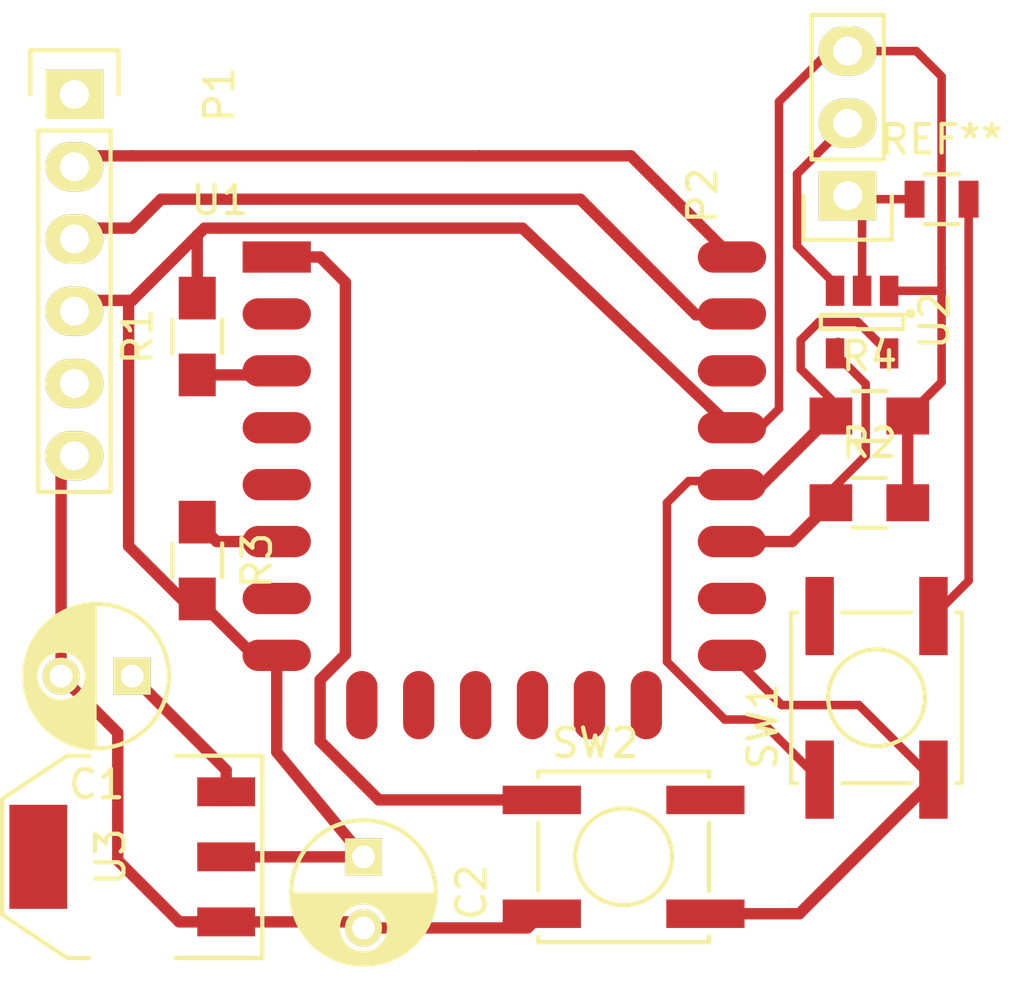
<source format=kicad_pcb>
(kicad_pcb (version 4) (host pcbnew 4.0.1-3.201512221401+6198~38~ubuntu15.10.1-stable)

  (general
    (links 37)
    (no_connects 6)
    (area 127.762 65.095 166.128715 105.216048)
    (thickness 1.6)
    (drawings 0)
    (tracks 111)
    (zones 0)
    (modules 14)
    (nets 25)
  )

  (page A4)
  (layers
    (0 F.Cu signal)
    (31 B.Cu signal)
    (32 B.Adhes user)
    (33 F.Adhes user)
    (34 B.Paste user)
    (35 F.Paste user)
    (36 B.SilkS user)
    (37 F.SilkS user)
    (38 B.Mask user)
    (39 F.Mask user)
    (40 Dwgs.User user)
    (41 Cmts.User user)
    (42 Eco1.User user)
    (43 Eco2.User user)
    (44 Edge.Cuts user)
    (45 Margin user)
    (46 B.CrtYd user)
    (47 F.CrtYd user)
    (48 B.Fab user)
    (49 F.Fab user)
  )

  (setup
    (last_trace_width 0.4)
    (user_trace_width 0.2)
    (user_trace_width 0.3)
    (user_trace_width 0.4)
    (user_trace_width 0.5)
    (user_trace_width 0.6)
    (user_trace_width 0.6)
    (trace_clearance 0.2)
    (zone_clearance 0.508)
    (zone_45_only no)
    (trace_min 0.2)
    (segment_width 0.2)
    (edge_width 0.15)
    (via_size 0.6)
    (via_drill 0.4)
    (via_min_size 0.4)
    (via_min_drill 0.3)
    (uvia_size 0.3)
    (uvia_drill 0.1)
    (uvias_allowed no)
    (uvia_min_size 0.2)
    (uvia_min_drill 0.1)
    (pcb_text_width 0.3)
    (pcb_text_size 1.5 1.5)
    (mod_edge_width 0.15)
    (mod_text_size 1 1)
    (mod_text_width 0.15)
    (pad_size 0.7 1.3)
    (pad_drill 0)
    (pad_to_mask_clearance 0.2)
    (aux_axis_origin 0 0)
    (visible_elements FFFFFF9F)
    (pcbplotparams
      (layerselection 0x00030_80000001)
      (usegerberextensions false)
      (excludeedgelayer true)
      (linewidth 0.100000)
      (plotframeref false)
      (viasonmask false)
      (mode 1)
      (useauxorigin false)
      (hpglpennumber 1)
      (hpglpenspeed 20)
      (hpglpendiameter 15)
      (hpglpenoverlay 2)
      (psnegative false)
      (psa4output false)
      (plotreference true)
      (plotvalue true)
      (plotinvisibletext false)
      (padsonsilk false)
      (subtractmaskfromsilk false)
      (outputformat 1)
      (mirror false)
      (drillshape 1)
      (scaleselection 1)
      (outputdirectory ""))
  )

  (net 0 "")
  (net 1 "Net-(U1-Pad9)")
  (net 2 "Net-(U1-Pad10)")
  (net 3 "Net-(U1-Pad11)")
  (net 4 "Net-(U1-Pad12)")
  (net 5 "Net-(U1-Pad13)")
  (net 6 "Net-(U1-Pad14)")
  (net 7 "Net-(U1-Pad4)")
  (net 8 "Net-(U1-Pad5)")
  (net 9 "Net-(U1-Pad7)")
  (net 10 "Net-(U1-Pad16)")
  (net 11 "Net-(U1-Pad20)")
  (net 12 "Net-(P1-Pad1)")
  (net 13 "Net-(P1-Pad2)")
  (net 14 "Net-(P1-Pad3)")
  (net 15 +3V3)
  (net 16 "Net-(P1-Pad5)")
  (net 17 GND)
  (net 18 "Net-(R1-Pad1)")
  (net 19 /GPIO0)
  (net 20 /RESET)
  (net 21 "Net-(C1-Pad1)")
  (net 22 "Net-(P2-Pad2)")
  (net 23 /GPIO2)
  (net 24 "Net-(U1-Pad2)")

  (net_class Default "This is the default net class."
    (clearance 0.2)
    (trace_width 0.4)
    (via_dia 0.6)
    (via_drill 0.4)
    (uvia_dia 0.3)
    (uvia_drill 0.1)
    (add_net +3V3)
    (add_net /GPIO0)
    (add_net /GPIO2)
    (add_net /RESET)
    (add_net GND)
    (add_net "Net-(C1-Pad1)")
    (add_net "Net-(P1-Pad1)")
    (add_net "Net-(P1-Pad2)")
    (add_net "Net-(P1-Pad3)")
    (add_net "Net-(P1-Pad5)")
    (add_net "Net-(P2-Pad2)")
    (add_net "Net-(R1-Pad1)")
    (add_net "Net-(U1-Pad10)")
    (add_net "Net-(U1-Pad11)")
    (add_net "Net-(U1-Pad12)")
    (add_net "Net-(U1-Pad13)")
    (add_net "Net-(U1-Pad14)")
    (add_net "Net-(U1-Pad16)")
    (add_net "Net-(U1-Pad2)")
    (add_net "Net-(U1-Pad20)")
    (add_net "Net-(U1-Pad4)")
    (add_net "Net-(U1-Pad5)")
    (add_net "Net-(U1-Pad7)")
    (add_net "Net-(U1-Pad9)")
  )

  (module Buttons_Switches_SMD:SW_SPST_EVPBF (layer F.Cu) (tedit 55DAF9A7) (tstamp 56B53257)
    (at 151.892 99.822)
    (descr "Light Touch Switch")
    (path /56B54576)
    (attr smd)
    (fp_text reference SW2 (at -1 -4) (layer F.SilkS)
      (effects (font (size 1 1) (thickness 0.15)))
    )
    (fp_text value SW_PUSH (at 0 0) (layer F.Fab)
      (effects (font (size 1 1) (thickness 0.15)))
    )
    (fp_line (start -4.5 -3.25) (end 4.5 -3.25) (layer F.CrtYd) (width 0.05))
    (fp_line (start 4.5 -3.25) (end 4.5 3.25) (layer F.CrtYd) (width 0.05))
    (fp_line (start 4.5 3.25) (end -4.5 3.25) (layer F.CrtYd) (width 0.05))
    (fp_line (start -4.5 3.25) (end -4.5 -3.25) (layer F.CrtYd) (width 0.05))
    (fp_line (start 3 -3) (end 3 -2.8) (layer F.SilkS) (width 0.15))
    (fp_line (start 3 3) (end 3 2.8) (layer F.SilkS) (width 0.15))
    (fp_line (start -3 3) (end -3 2.8) (layer F.SilkS) (width 0.15))
    (fp_line (start -3 -3) (end -3 -2.8) (layer F.SilkS) (width 0.15))
    (fp_line (start -3 -1.2) (end -3 1.2) (layer F.SilkS) (width 0.15))
    (fp_line (start 3 -1.2) (end 3 1.2) (layer F.SilkS) (width 0.15))
    (fp_line (start 3 -3) (end -3 -3) (layer F.SilkS) (width 0.15))
    (fp_line (start -3 3) (end 3 3) (layer F.SilkS) (width 0.15))
    (fp_circle (center 0 0) (end 1.7 0) (layer F.SilkS) (width 0.15))
    (pad 1 smd rect (at 2.875 -2) (size 2.75 1) (layers F.Cu F.Paste F.Mask)
      (net 20 /RESET))
    (pad 1 smd rect (at -2.875 -2) (size 2.75 1) (layers F.Cu F.Paste F.Mask)
      (net 20 /RESET))
    (pad 2 smd rect (at -2.875 2) (size 2.75 1) (layers F.Cu F.Paste F.Mask)
      (net 17 GND))
    (pad 2 smd rect (at 2.875 2) (size 2.75 1) (layers F.Cu F.Paste F.Mask)
      (net 17 GND))
  )

  (module Buttons_Switches_SMD:SW_SPST_EVPBF (layer F.Cu) (tedit 55DAF9A7) (tstamp 56B5324F)
    (at 160.782 94.234 90)
    (descr "Light Touch Switch")
    (path /56B53C4E)
    (attr smd)
    (fp_text reference SW1 (at -1 -4 90) (layer F.SilkS)
      (effects (font (size 1 1) (thickness 0.15)))
    )
    (fp_text value SW_PUSH (at 0 0 90) (layer F.Fab)
      (effects (font (size 1 1) (thickness 0.15)))
    )
    (fp_line (start -4.5 -3.25) (end 4.5 -3.25) (layer F.CrtYd) (width 0.05))
    (fp_line (start 4.5 -3.25) (end 4.5 3.25) (layer F.CrtYd) (width 0.05))
    (fp_line (start 4.5 3.25) (end -4.5 3.25) (layer F.CrtYd) (width 0.05))
    (fp_line (start -4.5 3.25) (end -4.5 -3.25) (layer F.CrtYd) (width 0.05))
    (fp_line (start 3 -3) (end 3 -2.8) (layer F.SilkS) (width 0.15))
    (fp_line (start 3 3) (end 3 2.8) (layer F.SilkS) (width 0.15))
    (fp_line (start -3 3) (end -3 2.8) (layer F.SilkS) (width 0.15))
    (fp_line (start -3 -3) (end -3 -2.8) (layer F.SilkS) (width 0.15))
    (fp_line (start -3 -1.2) (end -3 1.2) (layer F.SilkS) (width 0.15))
    (fp_line (start 3 -1.2) (end 3 1.2) (layer F.SilkS) (width 0.15))
    (fp_line (start 3 -3) (end -3 -3) (layer F.SilkS) (width 0.15))
    (fp_line (start -3 3) (end 3 3) (layer F.SilkS) (width 0.15))
    (fp_circle (center 0 0) (end 1.7 0) (layer F.SilkS) (width 0.15))
    (pad 1 smd rect (at 2.875 -2 90) (size 2.75 1) (layers F.Cu F.Paste F.Mask)
      (net 19 /GPIO0))
    (pad 1 smd rect (at -2.875 -2 90) (size 2.75 1) (layers F.Cu F.Paste F.Mask)
      (net 19 /GPIO0))
    (pad 2 smd rect (at -2.875 2 90) (size 2.75 1) (layers F.Cu F.Paste F.Mask)
      (net 17 GND))
    (pad 2 smd rect (at 2.875 2 90) (size 2.75 1) (layers F.Cu F.Paste F.Mask)
      (net 17 GND))
  )

  (module Socket_Strips:Socket_Strip_Straight_1x03 (layer F.Cu) (tedit 54E9F429) (tstamp 56B53235)
    (at 159.766 76.581 90)
    (descr "Through hole socket strip")
    (tags "socket strip")
    (path /56B55873)
    (fp_text reference P2 (at 0 -5.1 90) (layer F.SilkS)
      (effects (font (size 1 1) (thickness 0.15)))
    )
    (fp_text value CONN_01X03 (at 0 -3.1 90) (layer F.Fab)
      (effects (font (size 1 1) (thickness 0.15)))
    )
    (fp_line (start 0 -1.55) (end -1.55 -1.55) (layer F.SilkS) (width 0.15))
    (fp_line (start -1.55 -1.55) (end -1.55 1.55) (layer F.SilkS) (width 0.15))
    (fp_line (start -1.55 1.55) (end 0 1.55) (layer F.SilkS) (width 0.15))
    (fp_line (start -1.75 -1.75) (end -1.75 1.75) (layer F.CrtYd) (width 0.05))
    (fp_line (start 6.85 -1.75) (end 6.85 1.75) (layer F.CrtYd) (width 0.05))
    (fp_line (start -1.75 -1.75) (end 6.85 -1.75) (layer F.CrtYd) (width 0.05))
    (fp_line (start -1.75 1.75) (end 6.85 1.75) (layer F.CrtYd) (width 0.05))
    (fp_line (start 1.27 -1.27) (end 6.35 -1.27) (layer F.SilkS) (width 0.15))
    (fp_line (start 6.35 -1.27) (end 6.35 1.27) (layer F.SilkS) (width 0.15))
    (fp_line (start 6.35 1.27) (end 1.27 1.27) (layer F.SilkS) (width 0.15))
    (fp_line (start 1.27 1.27) (end 1.27 -1.27) (layer F.SilkS) (width 0.15))
    (pad 1 thru_hole rect (at 0 0 90) (size 1.7272 2.032) (drill 1.016) (layers *.Cu *.Mask F.SilkS)
      (net 17 GND))
    (pad 2 thru_hole oval (at 2.54 0 90) (size 1.7272 2.032) (drill 1.016) (layers *.Cu *.Mask F.SilkS)
      (net 22 "Net-(P2-Pad2)"))
    (pad 3 thru_hole oval (at 5.08 0 90) (size 1.7272 2.032) (drill 1.016) (layers *.Cu *.Mask F.SilkS)
      (net 15 +3V3))
    (model Socket_Strips.3dshapes/Socket_Strip_Straight_1x03.wrl
      (at (xyz 0.1 0 0))
      (scale (xyz 1 1 1))
      (rotate (xyz 0 0 180))
    )
  )

  (module ESP8266:ESP-12E (layer F.Cu) (tedit 559F8D21) (tstamp 56B52A8C)
    (at 139.7 78.74)
    (descr "Module, ESP-8266, ESP-12, 16 pad, SMD")
    (tags "Module ESP-8266 ESP8266")
    (path /56B52A1D)
    (fp_text reference U1 (at -2 -2) (layer F.SilkS)
      (effects (font (size 1 1) (thickness 0.15)))
    )
    (fp_text value ESP-12E (at 8 1) (layer F.Fab)
      (effects (font (size 1 1) (thickness 0.15)))
    )
    (fp_line (start 16 -8.4) (end 0 -2.6) (layer F.CrtYd) (width 0.1524))
    (fp_line (start 0 -8.4) (end 16 -2.6) (layer F.CrtYd) (width 0.1524))
    (fp_text user "No Copper" (at 7.9 -5.4) (layer F.CrtYd)
      (effects (font (size 1 1) (thickness 0.15)))
    )
    (fp_line (start 0 -8.4) (end 0 -2.6) (layer F.CrtYd) (width 0.1524))
    (fp_line (start 0 -2.6) (end 16 -2.6) (layer F.CrtYd) (width 0.1524))
    (fp_line (start 16 -2.6) (end 16 -8.4) (layer F.CrtYd) (width 0.1524))
    (fp_line (start 16 -8.4) (end 0 -8.4) (layer F.CrtYd) (width 0.1524))
    (fp_line (start 16 -8.4) (end 16 15.6) (layer F.Fab) (width 0.1524))
    (fp_line (start 16 15.6) (end 0 15.6) (layer F.Fab) (width 0.1524))
    (fp_line (start 0 15.6) (end 0 -8.4) (layer F.Fab) (width 0.1524))
    (fp_line (start 0 -8.4) (end 16 -8.4) (layer F.Fab) (width 0.1524))
    (pad 9 smd oval (at 2.99 15.75 90) (size 2.4 1.1) (layers F.Cu F.Paste F.Mask)
      (net 1 "Net-(U1-Pad9)"))
    (pad 10 smd oval (at 4.99 15.75 90) (size 2.4 1.1) (layers F.Cu F.Paste F.Mask)
      (net 2 "Net-(U1-Pad10)"))
    (pad 11 smd oval (at 6.99 15.75 90) (size 2.4 1.1) (layers F.Cu F.Paste F.Mask)
      (net 3 "Net-(U1-Pad11)"))
    (pad 12 smd oval (at 8.99 15.75 90) (size 2.4 1.1) (layers F.Cu F.Paste F.Mask)
      (net 4 "Net-(U1-Pad12)"))
    (pad 13 smd oval (at 10.99 15.75 90) (size 2.4 1.1) (layers F.Cu F.Paste F.Mask)
      (net 5 "Net-(U1-Pad13)"))
    (pad 14 smd oval (at 12.99 15.75 90) (size 2.4 1.1) (layers F.Cu F.Paste F.Mask)
      (net 6 "Net-(U1-Pad14)"))
    (pad 1 smd rect (at 0 0) (size 2.4 1.1) (layers F.Cu F.Paste F.Mask)
      (net 20 /RESET))
    (pad 2 smd oval (at 0 2) (size 2.4 1.1) (layers F.Cu F.Paste F.Mask)
      (net 24 "Net-(U1-Pad2)"))
    (pad 3 smd oval (at 0 4) (size 2.4 1.1) (layers F.Cu F.Paste F.Mask)
      (net 18 "Net-(R1-Pad1)"))
    (pad 4 smd oval (at 0 6) (size 2.4 1.1) (layers F.Cu F.Paste F.Mask)
      (net 7 "Net-(U1-Pad4)"))
    (pad 5 smd oval (at 0 8) (size 2.4 1.1) (layers F.Cu F.Paste F.Mask)
      (net 8 "Net-(U1-Pad5)"))
    (pad 6 smd oval (at 0 10) (size 2.4 1.1) (layers F.Cu F.Paste F.Mask)
      (net 20 /RESET))
    (pad 7 smd oval (at 0 12) (size 2.4 1.1) (layers F.Cu F.Paste F.Mask)
      (net 9 "Net-(U1-Pad7)"))
    (pad 8 smd oval (at 0 14) (size 2.4 1.1) (layers F.Cu F.Paste F.Mask)
      (net 15 +3V3))
    (pad 15 smd oval (at 16 14) (size 2.4 1.1) (layers F.Cu F.Paste F.Mask)
      (net 17 GND))
    (pad 16 smd oval (at 16 12) (size 2.4 1.1) (layers F.Cu F.Paste F.Mask)
      (net 10 "Net-(U1-Pad16)"))
    (pad 17 smd oval (at 16 10) (size 2.4 1.1) (layers F.Cu F.Paste F.Mask)
      (net 23 /GPIO2))
    (pad 18 smd oval (at 16 8) (size 2.4 1.1) (layers F.Cu F.Paste F.Mask)
      (net 19 /GPIO0))
    (pad 19 smd oval (at 16 6) (size 2.4 1.1) (layers F.Cu F.Paste F.Mask)
      (net 15 +3V3))
    (pad 20 smd oval (at 16 4) (size 2.4 1.1) (layers F.Cu F.Paste F.Mask)
      (net 11 "Net-(U1-Pad20)"))
    (pad 21 smd oval (at 16 2) (size 2.4 1.1) (layers F.Cu F.Paste F.Mask)
      (net 14 "Net-(P1-Pad3)"))
    (pad 22 smd oval (at 16 0) (size 2.4 1.1) (layers F.Cu F.Paste F.Mask)
      (net 13 "Net-(P1-Pad2)"))
    (model ${ESPLIB}/ESP8266.3dshapes/ESP-12.wrl
      (at (xyz 0.04 0 0))
      (scale (xyz 0.3937 0.3937 0.3937))
      (rotate (xyz 0 0 0))
    )
  )

  (module Socket_Strips:Socket_Strip_Straight_1x06 (layer F.Cu) (tedit 0) (tstamp 56B5322E)
    (at 132.588 73.025 270)
    (descr "Through hole socket strip")
    (tags "socket strip")
    (path /56B52B80)
    (fp_text reference P1 (at 0 -5.1 270) (layer F.SilkS)
      (effects (font (size 1 1) (thickness 0.15)))
    )
    (fp_text value FTDI (at 0 -3.1 270) (layer F.Fab)
      (effects (font (size 1 1) (thickness 0.15)))
    )
    (fp_line (start -1.75 -1.75) (end -1.75 1.75) (layer F.CrtYd) (width 0.05))
    (fp_line (start 14.45 -1.75) (end 14.45 1.75) (layer F.CrtYd) (width 0.05))
    (fp_line (start -1.75 -1.75) (end 14.45 -1.75) (layer F.CrtYd) (width 0.05))
    (fp_line (start -1.75 1.75) (end 14.45 1.75) (layer F.CrtYd) (width 0.05))
    (fp_line (start 1.27 1.27) (end 13.97 1.27) (layer F.SilkS) (width 0.15))
    (fp_line (start 13.97 1.27) (end 13.97 -1.27) (layer F.SilkS) (width 0.15))
    (fp_line (start 13.97 -1.27) (end 1.27 -1.27) (layer F.SilkS) (width 0.15))
    (fp_line (start -1.55 1.55) (end 0 1.55) (layer F.SilkS) (width 0.15))
    (fp_line (start 1.27 1.27) (end 1.27 -1.27) (layer F.SilkS) (width 0.15))
    (fp_line (start 0 -1.55) (end -1.55 -1.55) (layer F.SilkS) (width 0.15))
    (fp_line (start -1.55 -1.55) (end -1.55 1.55) (layer F.SilkS) (width 0.15))
    (pad 1 thru_hole rect (at 0 0 270) (size 1.7272 2.032) (drill 1.016) (layers *.Cu *.Mask F.SilkS)
      (net 12 "Net-(P1-Pad1)"))
    (pad 2 thru_hole oval (at 2.54 0 270) (size 1.7272 2.032) (drill 1.016) (layers *.Cu *.Mask F.SilkS)
      (net 13 "Net-(P1-Pad2)"))
    (pad 3 thru_hole oval (at 5.08 0 270) (size 1.7272 2.032) (drill 1.016) (layers *.Cu *.Mask F.SilkS)
      (net 14 "Net-(P1-Pad3)"))
    (pad 4 thru_hole oval (at 7.62 0 270) (size 1.7272 2.032) (drill 1.016) (layers *.Cu *.Mask F.SilkS)
      (net 15 +3V3))
    (pad 5 thru_hole oval (at 10.16 0 270) (size 1.7272 2.032) (drill 1.016) (layers *.Cu *.Mask F.SilkS)
      (net 16 "Net-(P1-Pad5)"))
    (pad 6 thru_hole oval (at 12.7 0 270) (size 1.7272 2.032) (drill 1.016) (layers *.Cu *.Mask F.SilkS)
      (net 17 GND))
    (model Socket_Strips.3dshapes/Socket_Strip_Straight_1x06.wrl
      (at (xyz 0.25 0 0))
      (scale (xyz 1 1 1))
      (rotate (xyz 0 0 180))
    )
  )

  (module Resistors_SMD:R_0805_HandSoldering (layer F.Cu) (tedit 54189DEE) (tstamp 56B5323B)
    (at 136.906 81.534 90)
    (descr "Resistor SMD 0805, hand soldering")
    (tags "resistor 0805")
    (path /56B530C8)
    (attr smd)
    (fp_text reference R1 (at 0 -2.1 90) (layer F.SilkS)
      (effects (font (size 1 1) (thickness 0.15)))
    )
    (fp_text value 10k (at 0 2.1 90) (layer F.Fab)
      (effects (font (size 1 1) (thickness 0.15)))
    )
    (fp_line (start -2.4 -1) (end 2.4 -1) (layer F.CrtYd) (width 0.05))
    (fp_line (start -2.4 1) (end 2.4 1) (layer F.CrtYd) (width 0.05))
    (fp_line (start -2.4 -1) (end -2.4 1) (layer F.CrtYd) (width 0.05))
    (fp_line (start 2.4 -1) (end 2.4 1) (layer F.CrtYd) (width 0.05))
    (fp_line (start 0.6 0.875) (end -0.6 0.875) (layer F.SilkS) (width 0.15))
    (fp_line (start -0.6 -0.875) (end 0.6 -0.875) (layer F.SilkS) (width 0.15))
    (pad 1 smd rect (at -1.35 0 90) (size 1.5 1.3) (layers F.Cu F.Paste F.Mask)
      (net 18 "Net-(R1-Pad1)"))
    (pad 2 smd rect (at 1.35 0 90) (size 1.5 1.3) (layers F.Cu F.Paste F.Mask)
      (net 15 +3V3))
    (model Resistors_SMD.3dshapes/R_0805_HandSoldering.wrl
      (at (xyz 0 0 0))
      (scale (xyz 1 1 1))
      (rotate (xyz 0 0 0))
    )
  )

  (module Resistors_SMD:R_0805_HandSoldering (layer F.Cu) (tedit 54189DEE) (tstamp 56B53241)
    (at 160.528 87.376)
    (descr "Resistor SMD 0805, hand soldering")
    (tags "resistor 0805")
    (path /56B53035)
    (attr smd)
    (fp_text reference R2 (at 0 -2.1) (layer F.SilkS)
      (effects (font (size 1 1) (thickness 0.15)))
    )
    (fp_text value 10k (at 0 2.1) (layer F.Fab)
      (effects (font (size 1 1) (thickness 0.15)))
    )
    (fp_line (start -2.4 -1) (end 2.4 -1) (layer F.CrtYd) (width 0.05))
    (fp_line (start -2.4 1) (end 2.4 1) (layer F.CrtYd) (width 0.05))
    (fp_line (start -2.4 -1) (end -2.4 1) (layer F.CrtYd) (width 0.05))
    (fp_line (start 2.4 -1) (end 2.4 1) (layer F.CrtYd) (width 0.05))
    (fp_line (start 0.6 0.875) (end -0.6 0.875) (layer F.SilkS) (width 0.15))
    (fp_line (start -0.6 -0.875) (end 0.6 -0.875) (layer F.SilkS) (width 0.15))
    (pad 1 smd rect (at -1.35 0) (size 1.5 1.3) (layers F.Cu F.Paste F.Mask)
      (net 23 /GPIO2))
    (pad 2 smd rect (at 1.35 0) (size 1.5 1.3) (layers F.Cu F.Paste F.Mask)
      (net 15 +3V3))
    (model Resistors_SMD.3dshapes/R_0805_HandSoldering.wrl
      (at (xyz 0 0 0))
      (scale (xyz 1 1 1))
      (rotate (xyz 0 0 0))
    )
  )

  (module Resistors_SMD:R_0805_HandSoldering (layer F.Cu) (tedit 54189DEE) (tstamp 56B53247)
    (at 136.906 89.408 270)
    (descr "Resistor SMD 0805, hand soldering")
    (tags "resistor 0805")
    (path /56B54764)
    (attr smd)
    (fp_text reference R3 (at 0 -2.1 270) (layer F.SilkS)
      (effects (font (size 1 1) (thickness 0.15)))
    )
    (fp_text value 10k (at 0 2.1 270) (layer F.Fab)
      (effects (font (size 1 1) (thickness 0.15)))
    )
    (fp_line (start -2.4 -1) (end 2.4 -1) (layer F.CrtYd) (width 0.05))
    (fp_line (start -2.4 1) (end 2.4 1) (layer F.CrtYd) (width 0.05))
    (fp_line (start -2.4 -1) (end -2.4 1) (layer F.CrtYd) (width 0.05))
    (fp_line (start 2.4 -1) (end 2.4 1) (layer F.CrtYd) (width 0.05))
    (fp_line (start 0.6 0.875) (end -0.6 0.875) (layer F.SilkS) (width 0.15))
    (fp_line (start -0.6 -0.875) (end 0.6 -0.875) (layer F.SilkS) (width 0.15))
    (pad 1 smd rect (at -1.35 0 270) (size 1.5 1.3) (layers F.Cu F.Paste F.Mask)
      (net 20 /RESET))
    (pad 2 smd rect (at 1.35 0 270) (size 1.5 1.3) (layers F.Cu F.Paste F.Mask)
      (net 15 +3V3))
    (model Resistors_SMD.3dshapes/R_0805_HandSoldering.wrl
      (at (xyz 0 0 0))
      (scale (xyz 1 1 1))
      (rotate (xyz 0 0 0))
    )
  )

  (module Capacitors_ThroughHole:C_Radial_D5_L11_P2.5 (layer F.Cu) (tedit 0) (tstamp 56B7E387)
    (at 134.62 93.472 180)
    (descr "Radial Electrolytic Capacitor Diameter 5mm x Length 11mm, Pitch 2.5mm")
    (tags "Electrolytic Capacitor")
    (path /56B6AA83)
    (fp_text reference C1 (at 1.25 -3.8 180) (layer F.SilkS)
      (effects (font (size 1 1) (thickness 0.15)))
    )
    (fp_text value CP1 (at 1.25 3.8 180) (layer F.Fab)
      (effects (font (size 1 1) (thickness 0.15)))
    )
    (fp_line (start 1.325 -2.499) (end 1.325 2.499) (layer F.SilkS) (width 0.15))
    (fp_line (start 1.465 -2.491) (end 1.465 2.491) (layer F.SilkS) (width 0.15))
    (fp_line (start 1.605 -2.475) (end 1.605 -0.095) (layer F.SilkS) (width 0.15))
    (fp_line (start 1.605 0.095) (end 1.605 2.475) (layer F.SilkS) (width 0.15))
    (fp_line (start 1.745 -2.451) (end 1.745 -0.49) (layer F.SilkS) (width 0.15))
    (fp_line (start 1.745 0.49) (end 1.745 2.451) (layer F.SilkS) (width 0.15))
    (fp_line (start 1.885 -2.418) (end 1.885 -0.657) (layer F.SilkS) (width 0.15))
    (fp_line (start 1.885 0.657) (end 1.885 2.418) (layer F.SilkS) (width 0.15))
    (fp_line (start 2.025 -2.377) (end 2.025 -0.764) (layer F.SilkS) (width 0.15))
    (fp_line (start 2.025 0.764) (end 2.025 2.377) (layer F.SilkS) (width 0.15))
    (fp_line (start 2.165 -2.327) (end 2.165 -0.835) (layer F.SilkS) (width 0.15))
    (fp_line (start 2.165 0.835) (end 2.165 2.327) (layer F.SilkS) (width 0.15))
    (fp_line (start 2.305 -2.266) (end 2.305 -0.879) (layer F.SilkS) (width 0.15))
    (fp_line (start 2.305 0.879) (end 2.305 2.266) (layer F.SilkS) (width 0.15))
    (fp_line (start 2.445 -2.196) (end 2.445 -0.898) (layer F.SilkS) (width 0.15))
    (fp_line (start 2.445 0.898) (end 2.445 2.196) (layer F.SilkS) (width 0.15))
    (fp_line (start 2.585 -2.114) (end 2.585 -0.896) (layer F.SilkS) (width 0.15))
    (fp_line (start 2.585 0.896) (end 2.585 2.114) (layer F.SilkS) (width 0.15))
    (fp_line (start 2.725 -2.019) (end 2.725 -0.871) (layer F.SilkS) (width 0.15))
    (fp_line (start 2.725 0.871) (end 2.725 2.019) (layer F.SilkS) (width 0.15))
    (fp_line (start 2.865 -1.908) (end 2.865 -0.823) (layer F.SilkS) (width 0.15))
    (fp_line (start 2.865 0.823) (end 2.865 1.908) (layer F.SilkS) (width 0.15))
    (fp_line (start 3.005 -1.78) (end 3.005 -0.745) (layer F.SilkS) (width 0.15))
    (fp_line (start 3.005 0.745) (end 3.005 1.78) (layer F.SilkS) (width 0.15))
    (fp_line (start 3.145 -1.631) (end 3.145 -0.628) (layer F.SilkS) (width 0.15))
    (fp_line (start 3.145 0.628) (end 3.145 1.631) (layer F.SilkS) (width 0.15))
    (fp_line (start 3.285 -1.452) (end 3.285 -0.44) (layer F.SilkS) (width 0.15))
    (fp_line (start 3.285 0.44) (end 3.285 1.452) (layer F.SilkS) (width 0.15))
    (fp_line (start 3.425 -1.233) (end 3.425 1.233) (layer F.SilkS) (width 0.15))
    (fp_line (start 3.565 -0.944) (end 3.565 0.944) (layer F.SilkS) (width 0.15))
    (fp_line (start 3.705 -0.472) (end 3.705 0.472) (layer F.SilkS) (width 0.15))
    (fp_circle (center 2.5 0) (end 2.5 -0.9) (layer F.SilkS) (width 0.15))
    (fp_circle (center 1.25 0) (end 1.25 -2.5375) (layer F.SilkS) (width 0.15))
    (fp_circle (center 1.25 0) (end 1.25 -2.8) (layer F.CrtYd) (width 0.05))
    (pad 1 thru_hole rect (at 0 0 180) (size 1.3 1.3) (drill 0.8) (layers *.Cu *.Mask F.SilkS)
      (net 21 "Net-(C1-Pad1)"))
    (pad 2 thru_hole circle (at 2.5 0 180) (size 1.3 1.3) (drill 0.8) (layers *.Cu *.Mask F.SilkS)
      (net 17 GND))
    (model Capacitors_ThroughHole.3dshapes/C_Radial_D5_L11_P2.5.wrl
      (at (xyz 0.049213 0 0))
      (scale (xyz 1 1 1))
      (rotate (xyz 0 0 90))
    )
  )

  (module Capacitors_ThroughHole:C_Radial_D5_L11_P2.5 (layer F.Cu) (tedit 0) (tstamp 56B7E3AF)
    (at 142.748 99.822 270)
    (descr "Radial Electrolytic Capacitor Diameter 5mm x Length 11mm, Pitch 2.5mm")
    (tags "Electrolytic Capacitor")
    (path /56B6B086)
    (fp_text reference C2 (at 1.25 -3.8 270) (layer F.SilkS)
      (effects (font (size 1 1) (thickness 0.15)))
    )
    (fp_text value CP1 (at 1.25 3.8 270) (layer F.Fab)
      (effects (font (size 1 1) (thickness 0.15)))
    )
    (fp_line (start 1.325 -2.499) (end 1.325 2.499) (layer F.SilkS) (width 0.15))
    (fp_line (start 1.465 -2.491) (end 1.465 2.491) (layer F.SilkS) (width 0.15))
    (fp_line (start 1.605 -2.475) (end 1.605 -0.095) (layer F.SilkS) (width 0.15))
    (fp_line (start 1.605 0.095) (end 1.605 2.475) (layer F.SilkS) (width 0.15))
    (fp_line (start 1.745 -2.451) (end 1.745 -0.49) (layer F.SilkS) (width 0.15))
    (fp_line (start 1.745 0.49) (end 1.745 2.451) (layer F.SilkS) (width 0.15))
    (fp_line (start 1.885 -2.418) (end 1.885 -0.657) (layer F.SilkS) (width 0.15))
    (fp_line (start 1.885 0.657) (end 1.885 2.418) (layer F.SilkS) (width 0.15))
    (fp_line (start 2.025 -2.377) (end 2.025 -0.764) (layer F.SilkS) (width 0.15))
    (fp_line (start 2.025 0.764) (end 2.025 2.377) (layer F.SilkS) (width 0.15))
    (fp_line (start 2.165 -2.327) (end 2.165 -0.835) (layer F.SilkS) (width 0.15))
    (fp_line (start 2.165 0.835) (end 2.165 2.327) (layer F.SilkS) (width 0.15))
    (fp_line (start 2.305 -2.266) (end 2.305 -0.879) (layer F.SilkS) (width 0.15))
    (fp_line (start 2.305 0.879) (end 2.305 2.266) (layer F.SilkS) (width 0.15))
    (fp_line (start 2.445 -2.196) (end 2.445 -0.898) (layer F.SilkS) (width 0.15))
    (fp_line (start 2.445 0.898) (end 2.445 2.196) (layer F.SilkS) (width 0.15))
    (fp_line (start 2.585 -2.114) (end 2.585 -0.896) (layer F.SilkS) (width 0.15))
    (fp_line (start 2.585 0.896) (end 2.585 2.114) (layer F.SilkS) (width 0.15))
    (fp_line (start 2.725 -2.019) (end 2.725 -0.871) (layer F.SilkS) (width 0.15))
    (fp_line (start 2.725 0.871) (end 2.725 2.019) (layer F.SilkS) (width 0.15))
    (fp_line (start 2.865 -1.908) (end 2.865 -0.823) (layer F.SilkS) (width 0.15))
    (fp_line (start 2.865 0.823) (end 2.865 1.908) (layer F.SilkS) (width 0.15))
    (fp_line (start 3.005 -1.78) (end 3.005 -0.745) (layer F.SilkS) (width 0.15))
    (fp_line (start 3.005 0.745) (end 3.005 1.78) (layer F.SilkS) (width 0.15))
    (fp_line (start 3.145 -1.631) (end 3.145 -0.628) (layer F.SilkS) (width 0.15))
    (fp_line (start 3.145 0.628) (end 3.145 1.631) (layer F.SilkS) (width 0.15))
    (fp_line (start 3.285 -1.452) (end 3.285 -0.44) (layer F.SilkS) (width 0.15))
    (fp_line (start 3.285 0.44) (end 3.285 1.452) (layer F.SilkS) (width 0.15))
    (fp_line (start 3.425 -1.233) (end 3.425 1.233) (layer F.SilkS) (width 0.15))
    (fp_line (start 3.565 -0.944) (end 3.565 0.944) (layer F.SilkS) (width 0.15))
    (fp_line (start 3.705 -0.472) (end 3.705 0.472) (layer F.SilkS) (width 0.15))
    (fp_circle (center 2.5 0) (end 2.5 -0.9) (layer F.SilkS) (width 0.15))
    (fp_circle (center 1.25 0) (end 1.25 -2.5375) (layer F.SilkS) (width 0.15))
    (fp_circle (center 1.25 0) (end 1.25 -2.8) (layer F.CrtYd) (width 0.05))
    (pad 1 thru_hole rect (at 0 0 270) (size 1.3 1.3) (drill 0.8) (layers *.Cu *.Mask F.SilkS)
      (net 15 +3V3))
    (pad 2 thru_hole circle (at 2.5 0 270) (size 1.3 1.3) (drill 0.8) (layers *.Cu *.Mask F.SilkS)
      (net 17 GND))
    (model Capacitors_ThroughHole.3dshapes/C_Radial_D5_L11_P2.5.wrl
      (at (xyz 0.049213 0 0))
      (scale (xyz 1 1 1))
      (rotate (xyz 0 0 90))
    )
  )

  (module Resistors_SMD:R_0805_HandSoldering (layer F.Cu) (tedit 54189DEE) (tstamp 56B7E3BB)
    (at 160.528 84.328)
    (descr "Resistor SMD 0805, hand soldering")
    (tags "resistor 0805")
    (path /56B6C532)
    (attr smd)
    (fp_text reference R4 (at 0 -2.1) (layer F.SilkS)
      (effects (font (size 1 1) (thickness 0.15)))
    )
    (fp_text value 10k (at 0 2.1) (layer F.Fab)
      (effects (font (size 1 1) (thickness 0.15)))
    )
    (fp_line (start -2.4 -1) (end 2.4 -1) (layer F.CrtYd) (width 0.05))
    (fp_line (start -2.4 1) (end 2.4 1) (layer F.CrtYd) (width 0.05))
    (fp_line (start -2.4 -1) (end -2.4 1) (layer F.CrtYd) (width 0.05))
    (fp_line (start 2.4 -1) (end 2.4 1) (layer F.CrtYd) (width 0.05))
    (fp_line (start 0.6 0.875) (end -0.6 0.875) (layer F.SilkS) (width 0.15))
    (fp_line (start -0.6 -0.875) (end 0.6 -0.875) (layer F.SilkS) (width 0.15))
    (pad 1 smd rect (at -1.35 0) (size 1.5 1.3) (layers F.Cu F.Paste F.Mask)
      (net 19 /GPIO0))
    (pad 2 smd rect (at 1.35 0) (size 1.5 1.3) (layers F.Cu F.Paste F.Mask)
      (net 15 +3V3))
    (model Resistors_SMD.3dshapes/R_0805_HandSoldering.wrl
      (at (xyz 0 0 0))
      (scale (xyz 1 1 1))
      (rotate (xyz 0 0 0))
    )
  )

  (module TO_SOT_Packages_SMD:SOT-223 (layer F.Cu) (tedit 0) (tstamp 56B7E3D6)
    (at 134.62 99.822 90)
    (descr "module CMS SOT223 4 pins")
    (tags "CMS SOT")
    (path /56B6A927)
    (attr smd)
    (fp_text reference U3 (at 0 -0.762 90) (layer F.SilkS)
      (effects (font (size 1 1) (thickness 0.15)))
    )
    (fp_text value LD1117S33TR (at 0 0.762 90) (layer F.Fab)
      (effects (font (size 1 1) (thickness 0.15)))
    )
    (fp_line (start -3.556 1.524) (end -3.556 4.572) (layer F.SilkS) (width 0.15))
    (fp_line (start -3.556 4.572) (end 3.556 4.572) (layer F.SilkS) (width 0.15))
    (fp_line (start 3.556 4.572) (end 3.556 1.524) (layer F.SilkS) (width 0.15))
    (fp_line (start -3.556 -1.524) (end -3.556 -2.286) (layer F.SilkS) (width 0.15))
    (fp_line (start -3.556 -2.286) (end -2.032 -4.572) (layer F.SilkS) (width 0.15))
    (fp_line (start -2.032 -4.572) (end 2.032 -4.572) (layer F.SilkS) (width 0.15))
    (fp_line (start 2.032 -4.572) (end 3.556 -2.286) (layer F.SilkS) (width 0.15))
    (fp_line (start 3.556 -2.286) (end 3.556 -1.524) (layer F.SilkS) (width 0.15))
    (pad 4 smd rect (at 0 -3.302 90) (size 3.6576 2.032) (layers F.Cu F.Paste F.Mask))
    (pad 2 smd rect (at 0 3.302 90) (size 1.016 2.032) (layers F.Cu F.Paste F.Mask)
      (net 15 +3V3))
    (pad 3 smd rect (at 2.286 3.302 90) (size 1.016 2.032) (layers F.Cu F.Paste F.Mask)
      (net 21 "Net-(C1-Pad1)"))
    (pad 1 smd rect (at -2.286 3.302 90) (size 1.016 2.032) (layers F.Cu F.Paste F.Mask)
      (net 17 GND))
    (model TO_SOT_Packages_SMD.3dshapes/SOT-223.wrl
      (at (xyz 0 0 0))
      (scale (xyz 0.4 0.4 0.4))
      (rotate (xyz 0 0 0))
    )
  )

  (module TO_SOT_Packages_SMD:SOT-23-5 (layer F.Cu) (tedit 55360473) (tstamp 56B7E3C6)
    (at 160.274 81.026 270)
    (descr "5-pin SOT23 package")
    (tags SOT-23-5)
    (path /56B6BCF2)
    (attr smd)
    (fp_text reference U2 (at -0.05 -2.55 270) (layer F.SilkS)
      (effects (font (size 1 1) (thickness 0.15)))
    )
    (fp_text value MCP3021A5T-E/OTCT-ND (at -0.05 2.35 270) (layer F.Fab)
      (effects (font (size 1 1) (thickness 0.15)))
    )
    (fp_line (start -1.8 -1.6) (end 1.8 -1.6) (layer F.CrtYd) (width 0.05))
    (fp_line (start 1.8 -1.6) (end 1.8 1.6) (layer F.CrtYd) (width 0.05))
    (fp_line (start 1.8 1.6) (end -1.8 1.6) (layer F.CrtYd) (width 0.05))
    (fp_line (start -1.8 1.6) (end -1.8 -1.6) (layer F.CrtYd) (width 0.05))
    (fp_circle (center -0.3 -1.7) (end -0.2 -1.7) (layer F.SilkS) (width 0.15))
    (fp_line (start 0.25 -1.45) (end -0.25 -1.45) (layer F.SilkS) (width 0.15))
    (fp_line (start 0.25 1.45) (end 0.25 -1.45) (layer F.SilkS) (width 0.15))
    (fp_line (start -0.25 1.45) (end 0.25 1.45) (layer F.SilkS) (width 0.15))
    (fp_line (start -0.25 -1.45) (end -0.25 1.45) (layer F.SilkS) (width 0.15))
    (pad 1 smd rect (at -1.1 -0.95 270) (size 1.06 0.65) (layers F.Cu F.Paste F.Mask)
      (net 15 +3V3))
    (pad 2 smd rect (at -1.1 0 270) (size 1.06 0.65) (layers F.Cu F.Paste F.Mask)
      (net 17 GND))
    (pad 3 smd rect (at -1.1 0.95 270) (size 1.06 0.65) (layers F.Cu F.Paste F.Mask)
      (net 22 "Net-(P2-Pad2)"))
    (pad 4 smd rect (at 1.1 0.95 270) (size 1.06 0.65) (layers F.Cu F.Paste F.Mask)
      (net 23 /GPIO2))
    (pad 5 smd rect (at 1.1 -0.95 270) (size 1.06 0.65) (layers F.Cu F.Paste F.Mask)
      (net 19 /GPIO0))
    (model TO_SOT_Packages_SMD.3dshapes/SOT-23-5.wrl
      (at (xyz 0 0 0))
      (scale (xyz 1 1 1))
      (rotate (xyz 0 0 0))
    )
  )

  (module Resistors_SMD:R_0805 (layer F.Cu) (tedit 56B7FA96) (tstamp 56B7FBA3)
    (at 163.068 76.708)
    (descr "Resistor SMD 0805, reflow soldering, Vishay (see dcrcw.pdf)")
    (tags "resistor 0805")
    (attr smd)
    (fp_text reference REF** (at 0 -2.1) (layer F.SilkS)
      (effects (font (size 1 1) (thickness 0.15)))
    )
    (fp_text value R_0805 (at 0 2.1) (layer F.Fab)
      (effects (font (size 1 1) (thickness 0.15)))
    )
    (fp_line (start -1.6 -1) (end 1.6 -1) (layer F.CrtYd) (width 0.05))
    (fp_line (start -1.6 1) (end 1.6 1) (layer F.CrtYd) (width 0.05))
    (fp_line (start -1.6 -1) (end -1.6 1) (layer F.CrtYd) (width 0.05))
    (fp_line (start 1.6 -1) (end 1.6 1) (layer F.CrtYd) (width 0.05))
    (fp_line (start 0.6 0.875) (end -0.6 0.875) (layer F.SilkS) (width 0.15))
    (fp_line (start -0.6 -0.875) (end 0.6 -0.875) (layer F.SilkS) (width 0.15))
    (pad 1 smd rect (at -0.95 0) (size 0.7 1.3) (layers F.Cu F.Paste F.Mask)
      (net 17 GND))
    (pad 2 smd rect (at 0.95 0) (size 0.7 1.3) (layers F.Cu F.Paste F.Mask)
      (net 17 GND))
    (model Resistors_SMD.3dshapes/R_0805.wrl
      (at (xyz 0 0 0))
      (scale (xyz 1 1 1))
      (rotate (xyz 0 0 0))
    )
  )

  (segment (start 132.969 75.184) (end 134.62 75.184) (width 0.4) (layer F.Cu) (net 13))
  (segment (start 146.812 75.184) (end 152.144 75.184) (width 0.4) (layer F.Cu) (net 13) (tstamp 56B7EE77))
  (segment (start 152.144 75.184) (end 155.7 78.74) (width 0.4) (layer F.Cu) (net 13) (tstamp 56B7EE78))
  (segment (start 134.62 75.184) (end 146.812 75.184) (width 0.4) (layer F.Cu) (net 13))
  (segment (start 132.969 75.184) (end 132.588 75.565) (width 0.4) (layer F.Cu) (net 13) (tstamp 56B7FAFF))
  (segment (start 132.969 77.724) (end 134.62 77.724) (width 0.4) (layer F.Cu) (net 14))
  (segment (start 135.636 76.708) (end 150.368 76.708) (width 0.4) (layer F.Cu) (net 14) (tstamp 56B7EE7F))
  (segment (start 150.368 76.708) (end 151.384 77.724) (width 0.4) (layer F.Cu) (net 14) (tstamp 56B7EE80))
  (segment (start 151.384 77.724) (end 154.432 80.772) (width 0.4) (layer F.Cu) (net 14) (tstamp 56B7EE81))
  (segment (start 154.432 80.772) (end 155.668 80.772) (width 0.4) (layer F.Cu) (net 14) (tstamp 56B7EE82))
  (segment (start 134.62 77.724) (end 135.636 76.708) (width 0.4) (layer F.Cu) (net 14))
  (segment (start 132.969 77.724) (end 132.588 78.105) (width 0.4) (layer F.Cu) (net 14) (tstamp 56B7FAFC))
  (segment (start 155.668 80.772) (end 155.7 80.74) (width 0.4) (layer F.Cu) (net 14) (tstamp 56B7EE83))
  (segment (start 159.766 71.501) (end 159.131 71.501) (width 0.3) (layer F.Cu) (net 15))
  (segment (start 159.131 71.501) (end 157.353 73.279) (width 0.3) (layer F.Cu) (net 15) (tstamp 56B7FB9B))
  (segment (start 157.353 84.074) (end 156.687 84.74) (width 0.3) (layer F.Cu) (net 15) (tstamp 56B7FB9E))
  (segment (start 157.353 73.279) (end 157.353 84.074) (width 0.3) (layer F.Cu) (net 15) (tstamp 56B7FB9C))
  (segment (start 156.687 84.74) (end 155.7 84.74) (width 0.3) (layer F.Cu) (net 15) (tstamp 56B7FB9F))
  (segment (start 161.224 79.926) (end 163.068 79.926) (width 0.3) (layer F.Cu) (net 15))
  (segment (start 163.068 79.926) (end 163.068 80.01) (width 0.3) (layer F.Cu) (net 15) (tstamp 56B7FB82))
  (segment (start 159.766 71.501) (end 162.179 71.501) (width 0.3) (layer F.Cu) (net 15))
  (segment (start 163.068 72.39) (end 163.068 79.121) (width 0.3) (layer F.Cu) (net 15) (tstamp 56B7FB31))
  (segment (start 162.179 71.501) (end 163.068 72.39) (width 0.3) (layer F.Cu) (net 15) (tstamp 56B7FB30))
  (segment (start 136.906 90.758) (end 136.351 90.758) (width 0.4) (layer F.Cu) (net 15))
  (segment (start 136.351 90.758) (end 134.493 88.9) (width 0.4) (layer F.Cu) (net 15) (tstamp 56B7FB02))
  (segment (start 134.493 88.9) (end 134.493 80.264) (width 0.4) (layer F.Cu) (net 15) (tstamp 56B7FB03))
  (segment (start 132.969 80.264) (end 134.493 80.264) (width 0.4) (layer F.Cu) (net 15))
  (segment (start 134.493 80.264) (end 134.62 80.264) (width 0.4) (layer F.Cu) (net 15) (tstamp 56B7FB07))
  (segment (start 134.62 80.264) (end 136.906 77.978) (width 0.4) (layer F.Cu) (net 15) (tstamp 56B7F944))
  (segment (start 132.969 80.264) (end 132.588 80.645) (width 0.4) (layer F.Cu) (net 15) (tstamp 56B7FAF9))
  (segment (start 136.906 90.758) (end 138.888 92.74) (width 0.4) (layer F.Cu) (net 15))
  (segment (start 138.888 92.74) (end 139.7 92.74) (width 0.4) (layer F.Cu) (net 15) (tstamp 56B7FAC7))
  (segment (start 139.7 92.74) (end 139.7 94.742) (width 0.4) (layer F.Cu) (net 15))
  (segment (start 136.906 80.184) (end 136.906 77.978) (width 0.4) (layer F.Cu) (net 15))
  (segment (start 136.906 77.978) (end 136.906 78.232) (width 0.4) (layer F.Cu) (net 15) (tstamp 56B7F941))
  (segment (start 136.906 78.232) (end 136.906 77.978) (width 0.4) (layer F.Cu) (net 15) (tstamp 56B7F943))
  (segment (start 137.922 99.822) (end 142.748 99.822) (width 0.4) (layer F.Cu) (net 15))
  (segment (start 163.068 79.121) (end 163.068 80.01) (width 0.3) (layer F.Cu) (net 15) (tstamp 56B7FB34))
  (segment (start 163.068 80.01) (end 163.068 83.138) (width 0.3) (layer F.Cu) (net 15) (tstamp 56B7FB85))
  (segment (start 163.068 83.138) (end 161.878 84.328) (width 0.3) (layer F.Cu) (net 15) (tstamp 56B7F5CE))
  (segment (start 155.858 84.582) (end 155.7 84.74) (width 0.3) (layer F.Cu) (net 15) (tstamp 56B7F5C2))
  (segment (start 161.878 84.328) (end 163.068 83.138) (width 0.3) (layer F.Cu) (net 15))
  (segment (start 161.878 87.376) (end 161.878 84.328) (width 0.4) (layer F.Cu) (net 15))
  (segment (start 155.7 84.74) (end 148.336 77.724) (width 0.4) (layer F.Cu) (net 15))
  (segment (start 148.336 77.724) (end 137.668 77.724) (width 0.4) (layer F.Cu) (net 15) (tstamp 56B7F19F))
  (segment (start 137.668 77.724) (end 137.16 77.724) (width 0.4) (layer F.Cu) (net 15) (tstamp 56B7F1A1))
  (segment (start 137.16 77.724) (end 136.906 77.978) (width 0.4) (layer F.Cu) (net 15) (tstamp 56B7F1A2))
  (segment (start 139.7 94.742) (end 139.7 96.139) (width 0.4) (layer F.Cu) (net 15) (tstamp 56B7F960))
  (segment (start 139.7 96.139) (end 142.748 99.822) (width 0.4) (layer F.Cu) (net 15) (tstamp 56B7F962))
  (segment (start 164.018 90.123) (end 162.782 91.359) (width 0.3) (layer F.Cu) (net 17) (tstamp 56B7FBD8))
  (segment (start 164.018 76.708) (end 164.018 90.123) (width 0.3) (layer F.Cu) (net 17))
  (segment (start 155.7 92.74) (end 157.448 94.488) (width 0.3) (layer F.Cu) (net 17))
  (segment (start 149.017 101.822) (end 148.517 102.322) (width 0.4) (layer F.Cu) (net 17))
  (segment (start 148.517 102.322) (end 142.748 102.322) (width 0.4) (layer F.Cu) (net 17) (tstamp 56B7F8E8))
  (segment (start 162.118 76.708) (end 159.893 76.708) (width 0.3) (layer F.Cu) (net 17))
  (segment (start 159.893 76.708) (end 159.766 76.581) (width 0.3) (layer F.Cu) (net 17) (tstamp 56B7FBD5))
  (segment (start 160.274 79.926) (end 160.274 77.089) (width 0.3) (layer F.Cu) (net 17))
  (segment (start 160.274 77.089) (end 159.766 76.581) (width 0.3) (layer F.Cu) (net 17) (tstamp 56B7FB87))
  (segment (start 132.12 93.472) (end 132.12 86.193) (width 0.4) (layer F.Cu) (net 17))
  (segment (start 132.12 86.193) (end 132.588 85.725) (width 0.4) (layer F.Cu) (net 17) (tstamp 56B7FAF5))
  (segment (start 137.922 102.108) (end 136.271 102.108) (width 0.4) (layer F.Cu) (net 17))
  (segment (start 134.112 95.464) (end 132.12 93.472) (width 0.4) (layer F.Cu) (net 17) (tstamp 56B7FA9D))
  (segment (start 134.112 99.949) (end 134.112 95.464) (width 0.4) (layer F.Cu) (net 17) (tstamp 56B7FA9B))
  (segment (start 136.271 102.108) (end 134.112 99.949) (width 0.4) (layer F.Cu) (net 17) (tstamp 56B7FA99))
  (segment (start 142.748 102.322) (end 142.534 102.108) (width 0.4) (layer F.Cu) (net 17))
  (segment (start 142.534 102.108) (end 137.922 102.108) (width 0.4) (layer F.Cu) (net 17) (tstamp 56B7F8EC))
  (segment (start 162.782 97.109) (end 158.069 101.822) (width 0.4) (layer F.Cu) (net 17))
  (segment (start 160.161 94.488) (end 162.782 97.109) (width 0.3) (layer F.Cu) (net 17) (tstamp 56B7F665))
  (segment (start 158.069 101.822) (end 154.767 101.822) (width 0.4) (layer F.Cu) (net 17) (tstamp 56B7F8E2))
  (segment (start 157.448 94.488) (end 160.161 94.488) (width 0.3) (layer F.Cu) (net 17) (tstamp 56B7F663))
  (segment (start 139.7 82.74) (end 139.556 82.884) (width 0.4) (layer F.Cu) (net 18))
  (segment (start 139.556 82.884) (end 136.906 82.884) (width 0.4) (layer F.Cu) (net 18) (tstamp 56B7F93B))
  (segment (start 138.875 82.74) (end 139.7 82.74) (width 0.4) (layer F.Cu) (net 18) (tstamp 56B7EAC4))
  (segment (start 154.178 86.614) (end 155.574 86.614) (width 0.3) (layer F.Cu) (net 19) (tstamp 56B7F65F))
  (segment (start 153.416 87.376) (end 154.178 86.614) (width 0.3) (layer F.Cu) (net 19) (tstamp 56B7F65E))
  (segment (start 159.178 84.328) (end 159.178 83.74) (width 0.3) (layer F.Cu) (net 19))
  (segment (start 159.178 83.74) (end 158.115 82.677) (width 0.3) (layer F.Cu) (net 19) (tstamp 56B7FB72))
  (segment (start 160.124 81.026) (end 161.224 82.126) (width 0.3) (layer F.Cu) (net 19) (tstamp 56B7FB76))
  (segment (start 158.75 81.026) (end 160.124 81.026) (width 0.3) (layer F.Cu) (net 19) (tstamp 56B7FB75))
  (segment (start 158.115 81.661) (end 158.75 81.026) (width 0.3) (layer F.Cu) (net 19) (tstamp 56B7FB74))
  (segment (start 158.115 82.677) (end 158.115 81.661) (width 0.3) (layer F.Cu) (net 19) (tstamp 56B7FB73))
  (segment (start 155.574 86.614) (end 155.7 86.74) (width 0.3) (layer F.Cu) (net 19) (tstamp 56B7F660))
  (segment (start 159.178 84.328) (end 159.512 83.994) (width 0.3) (layer F.Cu) (net 19))
  (segment (start 159.178 84.328) (end 156.766 86.74) (width 0.4) (layer F.Cu) (net 19))
  (segment (start 156.766 86.74) (end 155.7 86.74) (width 0.4) (layer F.Cu) (net 19) (tstamp 56B7F4F2))
  (segment (start 153.416 92.964) (end 153.416 87.376) (width 0.3) (layer F.Cu) (net 19) (tstamp 56B7F65D))
  (segment (start 155.448 94.996) (end 153.416 92.964) (width 0.3) (layer F.Cu) (net 19) (tstamp 56B7F65B))
  (segment (start 156.669 94.996) (end 155.448 94.996) (width 0.3) (layer F.Cu) (net 19) (tstamp 56B7F659))
  (segment (start 158.782 97.109) (end 156.669 94.996) (width 0.3) (layer F.Cu) (net 19))
  (segment (start 143.288 97.822) (end 149.017 97.822) (width 0.4) (layer F.Cu) (net 20) (tstamp 56B7FAAB))
  (segment (start 141.224 78.74) (end 142.113 79.629) (width 0.4) (layer F.Cu) (net 20) (tstamp 56B7FAA6))
  (segment (start 142.113 79.629) (end 142.113 92.71) (width 0.4) (layer F.Cu) (net 20) (tstamp 56B7FAA7))
  (segment (start 142.113 92.71) (end 141.224 93.599) (width 0.4) (layer F.Cu) (net 20) (tstamp 56B7FAA8))
  (segment (start 141.224 93.599) (end 141.224 95.758) (width 0.4) (layer F.Cu) (net 20) (tstamp 56B7FAA9))
  (segment (start 141.224 95.758) (end 143.288 97.822) (width 0.4) (layer F.Cu) (net 20) (tstamp 56B7FAAA))
  (segment (start 141.224 78.74) (end 139.7 78.74) (width 0.4) (layer F.Cu) (net 20))
  (segment (start 139.7 88.74) (end 137.588 88.74) (width 0.4) (layer F.Cu) (net 20))
  (segment (start 137.588 88.74) (end 136.906 88.058) (width 0.4) (layer F.Cu) (net 20) (tstamp 56B7FAC4))
  (segment (start 137.922 97.536) (end 137.922 96.774) (width 0.4) (layer F.Cu) (net 21))
  (segment (start 137.922 96.774) (end 134.62 93.472) (width 0.4) (layer F.Cu) (net 21) (tstamp 56B7FA95))
  (segment (start 159.324 79.926) (end 159.324 79.695) (width 0.3) (layer F.Cu) (net 22))
  (segment (start 159.324 79.695) (end 157.988 78.359) (width 0.3) (layer F.Cu) (net 22) (tstamp 56B7FB7A))
  (segment (start 157.988 78.359) (end 157.988 75.819) (width 0.3) (layer F.Cu) (net 22) (tstamp 56B7FB7B))
  (segment (start 157.988 75.819) (end 159.766 74.041) (width 0.3) (layer F.Cu) (net 22) (tstamp 56B7FB7D))
  (segment (start 159.178 87.376) (end 159.178 86.948) (width 0.3) (layer F.Cu) (net 23))
  (segment (start 159.178 86.948) (end 160.401 85.725) (width 0.3) (layer F.Cu) (net 23) (tstamp 56B7FB6B))
  (segment (start 160.401 83.203) (end 159.324 82.126) (width 0.3) (layer F.Cu) (net 23) (tstamp 56B7FB6E))
  (segment (start 160.401 85.725) (end 160.401 83.203) (width 0.3) (layer F.Cu) (net 23) (tstamp 56B7FB6C))
  (segment (start 159.428 81.722) (end 159.362 81.788) (width 0.3) (layer F.Cu) (net 23))
  (segment (start 159.178 87.376) (end 157.814 88.74) (width 0.4) (layer F.Cu) (net 23))
  (segment (start 157.814 88.74) (end 155.7 88.74) (width 0.4) (layer F.Cu) (net 23) (tstamp 56B7F4F7))

)

</source>
